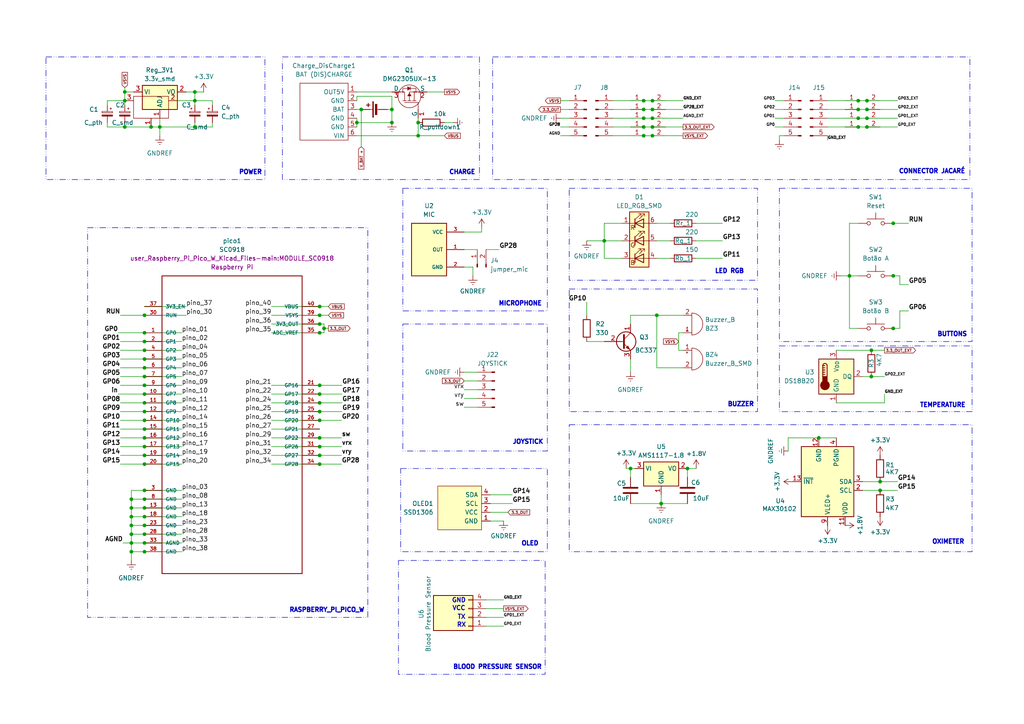
<source format=kicad_sch>
(kicad_sch (version 20231120) (generator "eeschema") (generator_version "8.0")
  (paper "A4")
  (title_block (title "Pico Health Hub - Circuito do Hardware") (date "21/01/2025") (rev "v1.1") (company "Embarca Tech/Instituto Federal do Ceará (IFCE)") (comment 1 "Grupo: SYSCORE") (comment 2 "Felipe de Oliveira Gomes"))
  (junction (at 41.91 99.06))
  (junction (at 246.38 80.01))
  (junction (at 36.195 36.83))
  (junction (at 104.775 31.75))
  (junction (at 41.91 147.32))
  (junction (at 41.91 109.22))
  (junction (at 41.91 111.76))
  (junction (at 41.91 104.14))
  (junction (at 41.91 134.62))
  (junction (at 56.515 26.67))
  (junction (at 251.46 36.83))
  (junction (at 38.1 149.86))
  (junction (at 255.27 142.24))
  (junction (at 38.1 154.94))
  (junction (at 252.73 101.6))
  (junction (at 182.88 135.89))
  (junction (at 251.46 34.29))
  (junction (at 251.46 29.21))
  (junction (at 41.91 96.52))
  (junction (at 248.92 36.83))
  (junction (at 41.91 116.84))
  (junction (at 113.665 35.56))
  (junction (at 41.91 160.02))
  (junction (at 41.91 144.78))
  (junction (at 259.08 95.25))
  (junction (at 186.69 29.21))
  (junction (at 41.91 101.6))
  (junction (at 189.23 29.21))
  (junction (at 38.1 157.48))
  (junction (at 92.71 132.08))
  (junction (at 103.505 35.56))
  (junction (at 43.815 36.83))
  (junction (at 189.23 36.83))
  (junction (at 175.26 69.85))
  (junction (at 199.39 135.89))
  (junction (at 38.1 152.4))
  (junction (at 92.71 119.38))
  (junction (at 92.71 88.9))
  (junction (at 237.49 127))
  (junction (at 41.91 106.68))
  (junction (at 92.71 121.92))
  (junction (at 38.1 160.02))
  (junction (at 259.08 80.01))
  (junction (at 41.91 154.94))
  (junction (at 186.69 39.37))
  (junction (at 56.515 29.21))
  (junction (at 189.23 39.37))
  (junction (at 92.71 129.54))
  (junction (at 121.285 35.56))
  (junction (at 189.23 34.29))
  (junction (at 186.69 34.29))
  (junction (at 248.92 34.29))
  (junction (at 92.71 96.52))
  (junction (at 92.71 127))
  (junction (at 113.665 31.75))
  (junction (at 92.71 114.3))
  (junction (at 248.92 31.75))
  (junction (at 41.91 114.3))
  (junction (at 36.195 26.67))
  (junction (at 252.73 109.22))
  (junction (at 92.71 111.76))
  (junction (at 251.46 31.75))
  (junction (at 92.71 91.44))
  (junction (at 259.08 64.77))
  (junction (at 186.69 31.75))
  (junction (at 189.23 31.75))
  (junction (at 93.98 95.25))
  (junction (at 41.91 157.48))
  (junction (at 92.71 93.98))
  (junction (at 92.71 116.84))
  (junction (at 41.91 121.92))
  (junction (at 191.77 146.05))
  (junction (at 255.27 139.7))
  (junction (at 41.91 119.38))
  (junction (at 41.91 149.86))
  (junction (at 41.91 124.46))
  (junction (at 38.1 147.32))
  (junction (at 56.515 36.83))
  (junction (at 92.71 134.62))
  (junction (at 41.91 127))
  (junction (at 248.92 29.21))
  (junction (at 121.285 39.37))
  (junction (at 36.195 29.21))
  (junction (at 41.91 132.08))
  (junction (at 41.91 129.54))
  (junction (at 41.91 142.24))
  (junction (at 41.91 152.4))
  (junction (at 190.5 91.44))
  (junction (at 46.355 36.83))
  (junction (at 38.1 144.78))
  (junction (at 186.69 36.83))
  (junction (at 41.91 91.44))
  (wire (pts (xy 250.19 142.24) (xy 255.27 142.24)))
  (wire (pts (xy 177.8 39.37) (xy 186.69 39.37)))
  (wire (pts (xy 259.08 64.77) (xy 263.525 64.77)))
  (wire (pts (xy 34.925 134.62) (xy 41.91 134.62)))
  (wire (pts (xy 252.73 109.22) (xy 256.54 109.22)))
  (wire (pts (xy 182.88 135.89) (xy 182.88 138.43)))
  (wire (pts (xy 162.56 34.29) (xy 165.1 34.29)))
  (wire (pts (xy 92.71 134.62) (xy 99.06 134.62)))
  (wire (pts (xy 199.39 135.89) (xy 199.39 138.43)))
  (wire (pts (xy 242.57 101.6) (xy 252.73 101.6)))
  (wire (pts (xy 189.23 29.21) (xy 198.12 29.21)))
  (wire (pts (xy 78.74 129.54) (xy 92.71 129.54)))
  (wire (pts (xy 182.88 91.44) (xy 190.5 91.44)))
  (wire (pts (xy 246.38 80.01) (xy 248.92 80.01)))
  (wire (pts (xy 41.91 142.24) (xy 52.705 142.24)))
  (wire (pts (xy 38.1 142.24) (xy 38.1 144.78)))
  (wire (pts (xy 41.91 152.4) (xy 38.1 152.4)))
  (wire (pts (xy 138.43 118.11) (xy 134.62 118.11)))
  (wire (pts (xy 31.115 29.21) (xy 36.195 29.21)))
  (wire (pts (xy 260.985 80.01) (xy 260.985 82.55)))
  (wire (pts (xy 170.18 69.85) (xy 175.26 69.85)))
  (wire (pts (xy 36.195 26.67) (xy 38.735 26.67)))
  (wire (pts (xy 34.925 101.6) (xy 41.91 101.6)))
  (wire (pts (xy 61.595 30.48) (xy 61.595 29.21)))
  (wire (pts (xy 41.91 152.4) (xy 52.705 152.4)))
  (wire (pts (xy 140.97 181.61) (xy 146.05 181.61)))
  (wire (pts (xy 36.195 26.67) (xy 36.195 29.21)))
  (wire (pts (xy 78.74 88.9) (xy 92.71 88.9)))
  (wire (pts (xy 186.69 31.75) (xy 189.23 31.75)))
  (wire (pts (xy 138.43 110.49) (xy 134.62 110.49)))
  (wire (pts (xy 250.19 139.7) (xy 255.27 139.7)))
  (wire (pts (xy 56.515 30.48) (xy 56.515 29.21)))
  (wire (pts (xy 186.69 29.21) (xy 189.23 29.21)))
  (wire (pts (xy 78.74 116.84) (xy 92.71 116.84)))
  (wire (pts (xy 258.445 64.77) (xy 259.08 64.77)))
  (wire (pts (xy 38.1 162.56) (xy 38.1 160.02)))
  (wire (pts (xy 146.05 151.13) (xy 142.24 151.13)))
  (wire (pts (xy 41.91 121.92) (xy 52.705 121.92)))
  (wire (pts (xy 139.7 66.04) (xy 139.7 67.31)))
  (wire (pts (xy 199.39 135.89) (xy 201.93 135.89)))
  (wire (pts (xy 248.92 34.29) (xy 251.46 34.29)))
  (wire (pts (xy 41.91 124.46) (xy 52.705 124.46)))
  (wire (pts (xy 34.925 124.46) (xy 41.91 124.46)))
  (wire (pts (xy 46.355 36.83) (xy 46.355 39.37)))
  (wire (pts (xy 41.91 144.78) (xy 52.705 144.78)))
  (wire (pts (xy 41.91 106.68) (xy 52.705 106.68)))
  (wire (pts (xy 38.1 160.02) (xy 41.91 160.02)))
  (wire (pts (xy 196.85 96.52) (xy 196.85 101.6)))
  (wire (pts (xy 181.61 135.89) (xy 182.88 135.89)))
  (wire (pts (xy 46.355 34.29) (xy 46.355 36.83)))
  (wire (pts (xy 121.285 34.29) (xy 121.285 35.56)))
  (wire (pts (xy 198.12 96.52) (xy 196.85 96.52)))
  (wire (pts (xy 38.1 157.48) (xy 41.91 157.48)))
  (wire (pts (xy 78.74 114.3) (xy 92.71 114.3)))
  (wire (pts (xy 251.46 29.21) (xy 260.35 29.21)))
  (wire (pts (xy 162.56 36.83) (xy 165.1 36.83)))
  (wire (pts (xy 92.71 93.98) (xy 93.98 93.98)))
  (wire (pts (xy 189.23 31.75) (xy 198.12 31.75)))
  (wire (pts (xy 162.56 39.37) (xy 165.1 39.37)))
  (wire (pts (xy 113.665 27.94) (xy 113.665 31.75)))
  (wire (pts (xy 31.115 30.48) (xy 31.115 29.21)))
  (wire (pts (xy 180.34 74.93) (xy 175.26 74.93)))
  (wire (pts (xy 103.505 27.94) (xy 113.665 27.94)))
  (wire (pts (xy 177.8 36.83) (xy 186.69 36.83)))
  (wire (pts (xy 201.93 64.77) (xy 209.55 64.77)))
  (wire (pts (xy 259.08 80.01) (xy 260.985 80.01)))
  (wire (pts (xy 103.505 27.94) (xy 103.505 29.21)))
  (wire (pts (xy 170.18 87.63) (xy 170.18 91.44)))
  (wire (pts (xy 36.195 25.4) (xy 36.195 26.67)))
  (wire (pts (xy 248.92 64.77) (xy 246.38 64.77)))
  (wire (pts (xy 34.925 91.44) (xy 41.91 91.44)))
  (wire (pts (xy 121.285 39.37) (xy 128.905 39.37)))
  (wire (pts (xy 78.74 132.08) (xy 92.71 132.08)))
  (wire (pts (xy 41.91 144.78) (xy 38.1 144.78)))
  (wire (pts (xy 41.91 157.48) (xy 52.705 157.48)))
  (wire (pts (xy 34.925 104.14) (xy 41.91 104.14)))
  (wire (pts (xy 191.77 146.05) (xy 199.39 146.05)))
  (wire (pts (xy 41.91 149.86) (xy 52.705 149.86)))
  (wire (pts (xy 34.925 106.68) (xy 41.91 106.68)))
  (wire (pts (xy 138.43 115.57) (xy 134.62 115.57)))
  (wire (pts (xy 34.925 129.54) (xy 41.91 129.54)))
  (wire (pts (xy 260.985 90.17) (xy 263.525 90.17)))
  (wire (pts (xy 170.18 99.06) (xy 175.26 99.06)))
  (wire (pts (xy 246.38 64.77) (xy 246.38 80.01)))
  (wire (pts (xy 191.77 143.51) (xy 191.77 146.05)))
  (wire (pts (xy 103.505 34.29) (xy 103.505 35.56)))
  (wire (pts (xy 78.74 124.46) (xy 92.71 124.46)))
  (wire (pts (xy 34.925 132.08) (xy 41.91 132.08)))
  (wire (pts (xy 134.62 77.47) (xy 137.16 77.47)))
  (wire (pts (xy 41.91 119.38) (xy 52.705 119.38)))
  (wire (pts (xy 142.24 143.51) (xy 148.59 143.51)))
  (wire (pts (xy 78.74 93.98) (xy 92.71 93.98)))
  (wire (pts (xy 41.91 109.22) (xy 52.705 109.22)))
  (wire (pts (xy 31.115 36.83) (xy 36.195 36.83)))
  (wire (pts (xy 61.595 36.83) (xy 56.515 36.83)))
  (wire (pts (xy 258.445 95.25) (xy 259.08 95.25)))
  (wire (pts (xy 78.74 119.38) (xy 92.71 119.38)))
  (wire (pts (xy 242.57 116.84) (xy 256.54 116.84)))
  (wire (pts (xy 92.71 127) (xy 99.06 127)))
  (wire (pts (xy 237.49 127) (xy 228.6 127)))
  (wire (pts (xy 38.1 154.94) (xy 38.1 157.48)))
  (wire (pts (xy 137.16 77.47) (xy 137.16 80.01)))
  (wire (pts (xy 248.92 29.21) (xy 251.46 29.21)))
  (wire (pts (xy 240.03 39.37) (xy 240.03 40.64)))
  (wire (pts (xy 142.24 148.59) (xy 147.32 148.59)))
  (wire (pts (xy 243.84 80.01) (xy 246.38 80.01)))
  (wire (pts (xy 201.93 74.93) (xy 209.55 74.93)))
  (wire (pts (xy 41.91 127) (xy 52.705 127)))
  (wire (pts (xy 175.26 74.93) (xy 175.26 69.85)))
  (wire (pts (xy 92.71 96.52) (xy 93.98 96.52)))
  (wire (pts (xy 251.46 34.29) (xy 260.35 34.29)))
  (wire (pts (xy 34.925 116.84) (xy 41.91 116.84)))
  (wire (pts (xy 224.79 31.75) (xy 227.33 31.75)))
  (wire (pts (xy 41.91 114.3) (xy 52.705 114.3)))
  (wire (pts (xy 189.23 34.29) (xy 198.12 34.29)))
  (wire (pts (xy 51.435 29.21) (xy 56.515 29.21)))
  (wire (pts (xy 103.505 26.67) (xy 113.665 26.67)))
  (wire (pts (xy 248.92 95.25) (xy 246.38 95.25)))
  (wire (pts (xy 140.97 179.07) (xy 146.05 179.07)))
  (wire (pts (xy 78.74 96.52) (xy 92.71 96.52)))
  (wire (pts (xy 128.905 35.56) (xy 131.445 35.56)))
  (wire (pts (xy 92.71 88.9) (xy 95.25 88.9)))
  (wire (pts (xy 41.91 111.76) (xy 52.705 111.76)))
  (wire (pts (xy 251.46 36.83) (xy 260.35 36.83)))
  (wire (pts (xy 41.91 147.32) (xy 38.1 147.32)))
  (wire (pts (xy 139.7 67.31) (xy 134.62 67.31)))
  (wire (pts (xy 180.34 64.77) (xy 175.26 64.77)))
  (wire (pts (xy 34.925 111.76) (xy 41.91 111.76)))
  (wire (pts (xy 248.92 36.83) (xy 251.46 36.83)))
  (wire (pts (xy 53.975 26.67) (xy 56.515 26.67)))
  (wire (pts (xy 41.91 154.94) (xy 38.1 154.94)))
  (wire (pts (xy 140.97 173.99) (xy 146.05 173.99)))
  (wire (pts (xy 92.71 111.76) (xy 99.187 111.76)))
  (wire (pts (xy 38.1 152.4) (xy 38.1 154.94)))
  (wire (pts (xy 237.49 127) (xy 242.57 127)))
  (wire (pts (xy 196.85 101.6) (xy 198.12 101.6)))
  (wire (pts (xy 224.79 29.21) (xy 227.33 29.21)))
  (wire (pts (xy 121.285 39.37) (xy 103.505 39.37)))
  (wire (pts (xy 41.91 91.44) (xy 53.975 91.44)))
  (wire (pts (xy 41.91 134.62) (xy 52.705 134.62)))
  (wire (pts (xy 104.775 31.75) (xy 104.775 42.545)))
  (wire (pts (xy 240.03 31.75) (xy 248.92 31.75)))
  (wire (pts (xy 113.665 31.75) (xy 113.665 35.56)))
  (wire (pts (xy 92.71 129.54) (xy 99.06 129.54)))
  (wire (pts (xy 78.74 91.44) (xy 92.71 91.44)))
  (wire (pts (xy 35.687 157.48) (xy 38.1 157.48)))
  (wire (pts (xy 34.925 127) (xy 41.91 127)))
  (wire (pts (xy 246.38 80.01) (xy 246.38 95.25)))
  (wire (pts (xy 41.91 147.32) (xy 52.705 147.32)))
  (wire (pts (xy 41.91 99.06) (xy 52.705 99.06)))
  (wire (pts (xy 224.79 34.29) (xy 227.33 34.29)))
  (wire (pts (xy 78.74 127) (xy 92.71 127)))
  (wire (pts (xy 224.79 36.83) (xy 227.33 36.83)))
  (wire (pts (xy 36.195 36.83) (xy 43.815 36.83)))
  (wire (pts (xy 92.71 121.92) (xy 99.06 121.92)))
  (wire (pts (xy 226.06 39.37) (xy 227.33 39.37)))
  (wire (pts (xy 41.91 116.84) (xy 52.705 116.84)))
  (wire (pts (xy 186.69 39.37) (xy 189.23 39.37)))
  (wire (pts (xy 92.71 119.38) (xy 99.187 119.38)))
  (wire (pts (xy 61.595 29.21) (xy 56.515 29.21)))
  (wire (pts (xy 38.1 149.86) (xy 38.1 152.4)))
  (wire (pts (xy 93.98 95.25) (xy 95.25 95.25)))
  (wire (pts (xy 140.97 72.39) (xy 144.78 72.39)))
  (wire (pts (xy 41.91 104.14) (xy 52.705 104.14)))
  (wire (pts (xy 228.6 127) (xy 228.6 130.81)))
  (wire (pts (xy 38.1 157.48) (xy 38.1 160.02)))
  (wire (pts (xy 92.71 114.3) (xy 99.187 114.3)))
  (wire (pts (xy 190.5 64.77) (xy 194.31 64.77)))
  (wire (pts (xy 93.98 95.25) (xy 93.98 93.98)))
  (wire (pts (xy 134.62 72.39) (xy 138.43 72.39)))
  (wire (pts (xy 177.8 29.21) (xy 186.69 29.21)))
  (wire (pts (xy 41.91 101.6) (xy 52.705 101.6)))
  (wire (pts (xy 258.445 80.01) (xy 259.08 80.01)))
  (wire (pts (xy 43.815 36.83) (xy 46.355 36.83)))
  (wire (pts (xy 177.8 34.29) (xy 186.69 34.29)))
  (wire (pts (xy 256.54 116.84) (xy 256.54 114.3)))
  (wire (pts (xy 182.88 135.89) (xy 184.15 135.89)))
  (wire (pts (xy 34.29 96.52) (xy 41.91 96.52)))
  (wire (pts (xy 189.23 39.37) (xy 198.12 39.37)))
  (wire (pts (xy 260.985 90.17) (xy 260.985 95.25)))
  (wire (pts (xy 123.825 26.67) (xy 128.905 26.67)))
  (wire (pts (xy 38.1 144.78) (xy 38.1 147.32)))
  (wire (pts (xy 31.115 35.56) (xy 31.115 36.83)))
  (wire (pts (xy 138.43 107.95) (xy 134.62 107.95)))
  (wire (pts (xy 252.73 101.6) (xy 256.54 101.6)))
  (wire (pts (xy 260.985 82.55) (xy 263.525 82.55)))
  (wire (pts (xy 41.91 154.94) (xy 52.705 154.94)))
  (wire (pts (xy 142.24 146.05) (xy 148.59 146.05)))
  (wire (pts (xy 34.925 99.06) (xy 41.91 99.06)))
  (wire (pts (xy 41.91 149.86) (xy 38.1 149.86)))
  (wire (pts (xy 240.03 29.21) (xy 248.92 29.21)))
  (wire (pts (xy 78.74 121.92) (xy 92.71 121.92)))
  (wire (pts (xy 182.88 146.05) (xy 191.77 146.05)))
  (wire (pts (xy 190.5 69.85) (xy 194.31 69.85)))
  (wire (pts (xy 186.69 36.83) (xy 189.23 36.83)))
  (wire (pts (xy 93.98 96.52) (xy 93.98 95.25)))
  (wire (pts (xy 41.91 88.9) (xy 53.975 88.9)))
  (wire (pts (xy 92.71 132.08) (xy 99.06 132.08)))
  (wire (pts (xy 248.92 31.75) (xy 251.46 31.75)))
  (wire (pts (xy 112.395 31.75) (xy 113.665 31.75)))
  (wire (pts (xy 140.97 176.53) (xy 146.05 176.53)))
  (wire (pts (xy 138.43 113.03) (xy 134.62 113.03)))
  (wire (pts (xy 260.985 95.25) (xy 259.08 95.25)))
  (wire (pts (xy 190.5 91.44) (xy 190.5 106.68)))
  (wire (pts (xy 56.515 26.67) (xy 59.055 26.67)))
  (wire (pts (xy 251.46 31.75) (xy 260.35 31.75)))
  (wire (pts (xy 190.5 106.68) (xy 198.12 106.68)))
  (wire (pts (xy 201.93 69.85) (xy 209.55 69.85)))
  (wire (pts (xy 36.195 30.48) (xy 36.195 29.21)))
  (wire (pts (xy 190.5 91.44) (xy 198.12 91.44)))
  (wire (pts (xy 182.88 93.98) (xy 182.88 91.44)))
  (wire (pts (xy 36.195 35.56) (xy 36.195 36.83)))
  (wire (pts (xy 250.19 109.22) (xy 252.73 109.22)))
  (wire (pts (xy 41.91 132.08) (xy 52.705 132.08)))
  (wire (pts (xy 78.74 111.76) (xy 92.71 111.76)))
  (wire (pts (xy 175.26 69.85) (xy 180.34 69.85)))
  (wire (pts (xy 78.74 134.62) (xy 92.71 134.62)))
  (wire (pts (xy 34.925 109.22) (xy 41.91 109.22)))
  (wire (pts (xy 162.56 31.75) (xy 165.1 31.75)))
  (wire (pts (xy 189.23 36.83) (xy 198.12 36.83)))
  (wire (pts (xy 162.56 29.21) (xy 165.1 29.21)))
  (wire (pts (xy 240.03 34.29) (xy 248.92 34.29)))
  (wire (pts (xy 34.29 114.3) (xy 41.91 114.3)))
  (wire (pts (xy 34.925 119.38) (xy 41.91 119.38)))
  (wire (pts (xy 41.91 160.02) (xy 52.705 160.02)))
  (wire (pts (xy 186.69 34.29) (xy 189.23 34.29)))
  (wire (pts (xy 34.925 121.92) (xy 41.91 121.92)))
  (wire (pts (xy 56.515 26.67) (xy 56.515 29.21)))
  (wire (pts (xy 175.26 64.77) (xy 175.26 69.85)))
  (wire (pts (xy 56.515 36.83) (xy 46.355 36.83)))
  (wire (pts (xy 226.06 40.64) (xy 226.06 39.37)))
  (wire (pts (xy 41.91 96.52) (xy 52.705 96.52)))
  (wire (pts (xy 190.5 74.93) (xy 194.31 74.93)))
  (wire (pts (xy 38.1 147.32) (xy 38.1 149.86)))
  (wire (pts (xy 103.505 31.75) (xy 104.775 31.75)))
  (wire (pts (xy 92.71 91.44) (xy 95.25 91.44)))
  (wire (pts (xy 255.27 142.24) (xy 260.35 142.24)))
  (wire (pts (xy 103.505 35.56) (xy 103.505 36.83)))
  (wire (pts (xy 92.71 116.84) (xy 99.187 116.84)))
  (wire (pts (xy 240.03 36.83) (xy 248.92 36.83)))
  (wire (pts (xy 41.91 142.24) (xy 38.1 142.24)))
  (wire (pts (xy 41.91 129.54) (xy 52.705 129.54)))
  (wire (pts (xy 56.515 35.56) (xy 56.515 36.83)))
  (wire (pts (xy 61.595 35.56) (xy 61.595 36.83)))
  (wire (pts (xy 121.285 35.56) (xy 121.285 39.37)))
  (wire (pts (xy 182.88 104.14) (xy 182.88 107.95)))
  (wire (pts (xy 103.505 35.56) (xy 113.665 35.56)))
  (wire (pts (xy 177.8 31.75) (xy 186.69 31.75)))
  (wire (pts (xy 255.27 139.7) (xy 260.35 139.7)))
  (rectangle (start 116.205 135.89) (end 158.75 160.02) (stroke (width 0) (type dash_dot_dot)))
  (rectangle (start 165.1 83.82) (end 219.71 119.38) (stroke (width 0) (type dash_dot_dot)))
  (rectangle (start 25.4 66.04) (end 106.68 179.07) (stroke (width 0) (type dash_dot_dot)))
  (rectangle (start 226.06 100.33) (end 281.94 119.38) (stroke (width 0) (type dash_dot_dot)))
  (rectangle (start 165.1 54.61) (end 219.71 81.28) (stroke (width 0) (type dash_dot_dot)))
  (rectangle (start 116.84 93.98) (end 158.75 130.81) (stroke (width 0) (type dash_dot_dot)))
  (rectangle (start 226.06 54.61) (end 281.94 99.06) (stroke (width 0) (type dash_dot_dot)))
  (rectangle (start 165.1 123.19) (end 281.94 160.02) (stroke (width 0) (type dash_dot_dot)))
  (rectangle (start 115.57 162.56) (end 158.115 195.58) (stroke (width 0) (type dash_dot_dot)))
  (rectangle (start 142.875 16.51) (end 281.305 52.07) (stroke (width 0) (type dash_dot_dot)))
  (rectangle (start 13.335 16.51) (end 76.835 52.07) (stroke (width 0) (type dash_dot_dot)))
  (rectangle (start 81.915 16.51) (end 139.065 52.07) (stroke (width 0) (type dash_dot_dot)))
  (rectangle (start 116.84 54.61) (end 158.75 90.17) (stroke (width 0) (type dash_dot_dot)))
  (text "BUTTONS" (at 271.78 97.79 0) (effects (font (size 1.27 1.27) (thickness 0.508) (bold yes)) (justify left bottom)))
  (text "BLOOD PRESSURE SENSOR" (at 131.318 194.31 0) (effects (font (size 1.27 1.27) (thickness 0.508) (bold yes)) (justify left bottom)))
  (text "RX" (at 133.858 181.356 0) (effects (font (size 1.27 1.27) (thickness 0.254) (bold yes))))
  (text "LED RGB" (at 207.264 79.502 0) (effects (font (size 1.27 1.27) (thickness 0.508) (bold yes)) (justify left bottom)))
  (text "JOYSTICK" (at 148.59 129.032 0) (effects (font (size 1.27 1.27) (thickness 0.508) (bold yes)) (justify left bottom)))
  (text "MICROPHONE" (at 144.526 88.9 0) (effects (font (size 1.27 1.27) (thickness 0.508) (bold yes)) (justify left bottom)))
  (text "CONNECTOR JACARÉ" (at 260.604 50.546 0) (effects (font (size 1.27 1.27) (thickness 0.508) (bold yes)) (justify left bottom)))
  (text "OXIMETER" (at 270.256 157.988 0) (effects (font (size 1.27 1.27) (thickness 0.508) (bold yes)) (justify left bottom)))
  (text "GND" (at 133.096 174.244 0) (effects (font (size 1.27 1.27) (thickness 0.254) (bold yes))))
  (text "OLED" (at 151.13 158.496 0) (effects (font (size 1.27 1.27) (thickness 0.508) (bold yes)) (justify left bottom)))
  (text "CHARGE\n" (at 130.175 50.8 0) (effects (font (size 1.27 1.27) (thickness 0.508) (bold yes)) (justify left bottom)))
  (text "VCC" (at 133.096 176.53 0) (effects (font (size 1.27 1.27) (thickness 0.254) (bold yes))))
  (text "TX" (at 133.858 179.07 0) (effects (font (size 1.27 1.27) (thickness 0.254) (bold yes))))
  (text "RASPBERRY_PI_PICO_W" (at 83.82 177.8 0) (effects (font (size 1.27 1.27) (thickness 0.508) (bold yes)) (justify left bottom)))
  (text "TEMPERATURE" (at 266.7 118.364 0) (effects (font (size 1.27 1.27) (thickness 0.508) (bold yes)) (justify left bottom)))
  (text "POWER" (at 69.215 50.8 0) (effects (font (size 1.27 1.27) (thickness 0.508) (bold yes)) (justify left bottom)))
  (text "BUZZER" (at 210.947 118.11 0) (effects (font (size 1.27 1.27) (thickness 0.508) (bold yes)) (justify left bottom)))
  (label "GP02_EXT" (at 260.35 31.75 0) (effects (font (size 0.8 0.8) (bold yes))))
  (label "GP10" (at 170.18 87.63 180) (effects (font (bold yes))))
  (label "GP03" (at 224.79 29.21 180) (effects (font (size 0.8 0.8) (bold yes))))
  (label "GP03_EXT" (at 260.35 29.21 0) (effects (font (size 0.8 0.8) (bold yes))))
  (label "GP14" (at 34.925 132.08 180) (effects (font (bold yes))))
  (label "pino_30" (at 53.975 91.44 0))
  (label "GP0" (at 34.29 96.52 180) (effects (font (bold yes))))
  (label "GP15" (at 148.59 146.05 0) (effects (font (bold yes))))
  (label "GP28" (at 99.06 134.62 0) (effects (font (thickness 0.254) (bold yes))))
  (label "pino_29" (at 78.74 127 180))
  (label "GP0_EXT" (at 146.05 181.61 0) (effects (font (size 0.8 0.8) (bold yes))))
  (label "AGND" (at 35.687 157.48 180) (effects (font (bold yes))))
  (label "GP02_EXT" (at 256.54 109.22 0) (effects (font (size 0.8 0.8) (bold yes))))
  (label "pino_06" (at 52.705 106.68 0))
  (label "pino_14" (at 52.705 121.92 0))
  (label "GP06" (at 263.525 90.17 0) (effects (font (bold yes))))
  (label "GP01_EXT" (at 260.35 34.29 0) (effects (font (size 0.8 0.8) (bold yes))))
  (label "pino_31" (at 78.74 129.54 180))
  (label "GP0_EXT" (at 260.35 36.83 0) (effects (font (size 0.8 0.8) (bold yes))))
  (label "GND_EXT" (at 256.54 114.3 0) (effects (font (size 0.8 0.8) (thickness 0.254) (bold yes))))
  (label "GP0" (at 224.79 36.83 180) (effects (font (size 0.8 0.8) (bold yes))))
  (label "pino_37" (at 53.975 88.9 0))
  (label "GP15" (at 34.925 134.62 180) (effects (font (bold yes))))
  (label "pino_38" (at 52.705 160.02 0))
  (label "GP19" (at 99.187 119.38 0) (effects (font (bold yes))))
  (label "RUN" (at 34.925 91.44 180) (effects (font (bold yes))))
  (label "GP01_EXT" (at 146.05 179.07 0) (effects (font (size 0.8 0.8) (bold yes))))
  (label "AGND" (at 162.56 39.37 180) (effects (font (size 0.8 0.8) (bold yes))))
  (label "GP15" (at 260.35 142.24 0) (effects (font (bold yes))))
  (label "pino_20" (at 52.705 134.62 0))
  (label "pino_34" (at 78.74 134.62 180))
  (label "vrx" (at 134.62 113.03 180))
  (label "GP08" (at 34.925 116.84 180) (effects (font (bold yes))))
  (label "GP02" (at 34.925 101.6 180) (effects (font (bold yes))))
  (label "GP28_EXT" (at 198.12 31.75 0) (effects (font (size 0.8 0.8) (thickness 0.254) (bold yes))))
  (label "GP14" (at 260.35 139.7 0) (effects (font (bold yes))))
  (label "pino_28" (at 52.705 154.94 0))
  (label "pino_21" (at 78.74 111.76 180))
  (label "GP17" (at 99.187 114.3 0) (effects (font (bold yes))))
  (label "vry" (at 99.06 132.08 0) (effects (font (thickness 0.254) (bold yes))))
  (label "GP03" (at 34.925 104.14 180) (effects (font (bold yes))))
  (label "in" (at 34.29 114.3 180) (effects (font (thickness 0.254) (bold yes))))
  (label "GP20" (at 99.06 121.92 0) (effects (font (thickness 0.254) (bold yes))))
  (label "GP28" (at 162.56 36.83 180) (effects (font (size 0.8 0.8) (thickness 0.254) (bold yes))))
  (label "pino_32" (at 78.74 132.08 180))
  (label "AGND_EXT" (at 198.12 34.29 0) (effects (font (size 0.8 0.8) (bold yes))))
  (label "pino_01" (at 52.705 96.52 0))
  (label "GP12" (at 209.55 64.77 0) (effects (font (bold yes))))
  (label "pino_02" (at 52.705 99.06 0))
  (label "pino_40" (at 78.74 88.9 180))
  (label "GP13" (at 34.925 129.54 180) (effects (font (bold yes))))
  (label "pino_08" (at 52.705 144.78 0))
  (label "GND_EXT" (at 146.05 173.99 0) (effects (font (size 0.8 0.8) (thickness 0.254) (bold yes))))
  (label "pino_27" (at 78.74 124.46 180))
  (label "pino_35" (at 78.74 96.52 180))
  (label "GND_EXT" (at 240.03 40.64 0) (effects (font (size 0.8 0.8) (thickness 0.254) (bold yes))))
  (label "GP02" (at 224.79 31.75 180) (effects (font (size 0.8 0.8) (bold yes))))
  (label "vrx" (at 99.06 129.54 0) (effects (font (thickness 0.254) (bold yes))))
  (label "pino_19" (at 52.705 132.08 0))
  (label "GP10" (at 34.925 121.92 180) (effects (font (bold yes))))
  (label "GP13" (at 209.55 69.85 0) (effects (font (bold yes))))
  (label "pino_13" (at 52.705 147.32 0))
  (label "GP12" (at 34.925 127 180) (effects (font (bold yes))))
  (label "pino_22" (at 78.74 114.3 180))
  (label "sw" (at 134.62 118.11 180))
  (label "pino_39" (at 78.74 91.44 180))
  (label "GP05" (at 34.925 109.22 180) (effects (font (bold yes))))
  (label "pino_10" (at 52.705 114.3 0))
  (label "pino_11" (at 52.705 116.84 0))
  (label "pino_24" (at 78.74 116.84 180))
  (label "GP28" (at 144.78 72.39 0) (effects (font (thickness 0.254) (bold yes))))
  (label "pino_03" (at 52.705 142.24 0))
  (label "GP14" (at 148.59 143.51 0) (effects (font (bold yes))))
  (label "GP05" (at 263.525 82.55 0) (effects (font (bold yes))))
  (label "GP06" (at 34.925 111.76 180) (effects (font (bold yes))))
  (label "GND_EXT" (at 198.12 29.21 0) (effects (font (size 0.8 0.8) (thickness 0.254) (bold yes))))
  (label "pino_04" (at 52.705 101.6 0))
  (label "GP16" (at 99.187 111.76 0) (effects (font (bold yes))))
  (label "GP11" (at 209.55 74.93 0) (effects (font (bold yes))))
  (label "pino_17" (at 52.705 129.54 0))
  (label "GP11" (at 34.925 124.46 180) (effects (font (bold yes))))
  (label "pino_25" (at 78.74 119.38 180))
  (label "GP18" (at 99.187 116.84 0) (effects (font (bold yes))))
  (label "vry" (at 134.62 115.57 180))
  (label "pino_33" (at 52.705 157.48 0))
  (label "pino_12" (at 52.705 119.38 0))
  (label "pino_07" (at 52.705 109.22 0))
  (label "GP04" (at 34.925 106.68 180) (effects (font (bold yes))))
  (label "GP01" (at 34.925 99.06 180) (effects (font (bold yes))))
  (label "pino_09" (at 52.705 111.76 0))
  (label "sw" (at 99.06 127 0) (effects (font (thickness 0.254) (bold yes))))
  (label "pino_05" (at 52.705 104.14 0))
  (label "pino_15" (at 52.705 124.46 0))
  (label "GP01" (at 224.79 34.29 180) (effects (font (size 0.8 0.8) (bold yes))))
  (label "pino_36" (at 78.74 93.98 180))
  (label "pino_16" (at 52.705 127 0))
  (label "pino_26" (at 78.74 121.92 180))
  (label "RUN" (at 263.525 64.77 0) (effects (font (bold yes))))
  (label "pino_23" (at 52.705 152.4 0))
  (label "pino_18" (at 52.705 149.86 0))
  (label "GP09" (at 34.925 119.38 180) (effects (font (thickness 0.254) (bold yes))))
  (global_label "3.3_OUT" (shape output) (at 162.56 31.75 180) (effects (font (size 0.8 0.8))) (property "Intersheetrefs" "${INTERSHEET_REFS}" (effects (hide yes))))
  (global_label "VSYS" (shape input) (at 95.25 91.44 0) (effects (font (size 0.8 0.8))) (property "Intersheetrefs" "${INTERSHEET_REFS}" (effects (hide yes))))
  (global_label "3.3_OUT" (shape input) (at 134.62 110.49 180) (effects (font (size 0.8 0.8))) (property "Intersheetrefs" "${INTERSHEET_REFS}" (effects (hide yes))))
  (global_label "V_BAT +" (shape input) (at 104.775 42.545 270) (effects (font (size 0.8 0.8))) (property "Intersheetrefs" "${INTERSHEET_REFS}" (effects (hide yes))))
  (global_label "VBUS" (shape input) (at 95.25 88.9 0) (effects (font (size 0.8 0.8))) (property "Intersheetrefs" "${INTERSHEET_REFS}" (effects (hide yes))))
  (global_label "3.3_OUT" (shape input) (at 147.32 148.59 0) (effects (font (size 0.8 0.8))) (property "Intersheetrefs" "${INTERSHEET_REFS}" (effects (hide yes))))
  (global_label "VSYS" (shape input) (at 36.195 25.4 90) (effects (font (size 0.8 0.8))) (property "Intersheetrefs" "${INTERSHEET_REFS}" (effects (hide yes))))
  (global_label "VSYS_EXT" (shape output) (at 198.12 39.37 0) (effects (font (size 0.8 0.8))) (property "Intersheetrefs" "${INTERSHEET_REFS}" (effects (hide yes))))
  (global_label "VSYS" (shape output) (at 128.905 26.67 0) (effects (font (size 0.8 0.8))) (property "Intersheetrefs" "${INTERSHEET_REFS}" (effects (hide yes))))
  (global_label "3.3_OUT_EXT" (shape output) (at 256.54 101.6 0) (effects (font (size 0.8 0.8))) (property "Intersheetrefs" "${INTERSHEET_REFS}" (effects (hide yes))))
  (global_label "VBUS" (shape input) (at 128.905 39.37 0) (effects (font (size 0.8 0.8))) (property "Intersheetrefs" "${INTERSHEET_REFS}" (effects (hide yes))))
  (global_label "3.3_OUT" (shape output) (at 95.25 95.25 0) (effects (font (size 0.8 0.8))) (property "Intersheetrefs" "${INTERSHEET_REFS}" (effects (hide yes))))
  (global_label "VSYS" (shape input) (at 196.85 99.06 180) (effects (font (size 0.8 0.8))) (property "Intersheetrefs" "${INTERSHEET_REFS}" (effects (hide yes))))
  (global_label "VSYS_EXT" (shape output) (at 146.05 176.53 0) (effects (font (size 0.8 0.8))) (property "Intersheetrefs" "${INTERSHEET_REFS}" (effects (hide yes))))
  (global_label "3.3_OUT_EXT" (shape output) (at 198.12 36.83 0) (effects (font (size 0.8 0.8))) (property "Intersheetrefs" "${INTERSHEET_REFS}" (effects (hide yes))))
  (global_label "VSYS" (shape output) (at 162.56 29.21 180) (effects (font (size 0.8 0.8))) (property "Intersheetrefs" "${INTERSHEET_REFS}" (effects (hide yes))))
  (symbol (lib_id "Transistor_BJT:BC337") (at 180.34 99.06 0) (unit 1)
    (property "Reference" "Q3" (at 185.42 97.79 0) (effects (justify left)))
    (property "Value" "BC337" (at 184.15 101.6 0) (effects (justify left)))
    (property "Footprint" "Package_TO_SOT_THT:TO-92" (effects (hide yes)))
    (property "Datasheet" "https://diotec.com/tl_files/diotec/files/pdf/datasheets/bc337.pdf" (effects (hide yes)))
  )
  (symbol (lib_id "charger2a:Charger2A") (at 86.995 40.64 0) (unit 1)
    (property "Reference" "Charge_DisCharge1" (at 93.98 19.05 0))
    (property "Value" "BAT (DIS)CHARGE" (at 93.98 21.59 0))
    (property "Footprint" "user_HW775-main:Charger2A" (effects (hide yes)))
  )
  (symbol (lib_id "Device:Battery_Cell") (at 109.855 31.75 90) (unit 1)
    (property "Reference" "BT1" (effects (hide yes)))
    (property "Value" "Battery_Cell" (effects (hide yes)))
    (property "Footprint" "Battery:BatteryHolder_MPD_BH-18650-PC2" (effects (hide yes)))
  )
  (symbol (lib_id "Device:C") (at 182.88 142.24 0) (mirror y) (unit 1)
    (property "Reference" "C5" (at 181.61 140.208 0) (effects (justify left)))
    (property "Value" "10uF" (at 182.626 144.526 0) (effects (justify left)))
    (property "Description" "Unpolarized capacitor" (effects (hide yes)))
  )
  (symbol (lib_id "dk_PMIC-Voltage-Regulators-Linear:LD1117V33") (at 43.815 29.21 0) (unit 1)
    (property "Reference" "U1" (effects (hide yes)))
    (property "Value" "3.3v_tht" (effects (hide yes)))
    (property "Footprint" "Package_TO_SOT_THT:TO-220-3_Vertical" (effects (hide yes)))
    (property "Description" "IC REG LINEAR 3.3V 800MA TO220AB" (effects (hide yes)))
    (property "MPN" "LD1117V33" (effects (hide yes)))
    (property "Category" "Integrated Circuits (ICs)" (effects (hide yes)))
    (property "Family" "PMIC - Voltage Regulators - Linear" (effects (hide yes)))
    (property "DK_Datasheet_Link" "http://www.st.com/content/ccc/resource/technical/document/datasheet/99/3b/7d/91/91/51/4b/be/CD00000544.pdf/files/CD00000544.pdf/jcr:content/translations/en.CD00000544.pdf" (effects (hide yes)))
    (property "DK_Detail_Page" "/product-detail/en/stmicroelectronics/LD1117V33/497-1491-5-ND/586012" (effects (hide yes)))
    (property "Manufacturer" "STMicroelectronics" (effects (hide yes)))
    (property "Status" "Active" (effects (hide yes)))
  )
  (symbol (lib_id "Connector:Conn_01x05_Pin") (at 170.18 34.29 0) (mirror y) (unit 1)
    (property "Reference" "J7" (at 166.37 25.4 0) (effects (justify right)))
    (property "Value" "Conn_01x05_Pin" (effects (hide yes)))
    (property "Footprint" "Connector_PinHeader_2.54mm:PinHeader_1x05_P2.54mm_Vertical" (effects (hide yes)))
  )
  (symbol (lib_id "Device:R") (at 125.095 35.56 90) (unit 1)
    (property "Reference" "R_pulldown1" (at 127.635 36.83 90))
    (property "Value" "10k" (at 127.635 33.02 90))
    (property "Footprint" "Resistor_THT:R_Axial_DIN0207_L6.3mm_D2.5mm_P7.62mm_Horizontal" (effects (hide yes)))
  )
  (symbol (lib_id "Device:C_Polarized_Small") (at 61.595 33.02 0) (unit 1)
    (property "Reference" "C4" (at 64.135 31.2039 0) (effects (justify left)))
    (property "Value" "C_pth" (at 64.135 33.7439 0) (effects (justify left)))
    (property "Footprint" "Capacitor_THT:CP_Radial_D5.0mm_P2.50mm" (effects (hide yes)))
  )
  (symbol (lib_id "Device:Buzzer") (at 200.66 104.14 0) (unit 1)
    (property "Reference" "BZ4" (at 204.47 102.87 0) (effects (justify left)))
    (property "Value" "Buzzer_B_SMD" (at 204.47 105.41 0) (effects (justify left)))
    (property "Footprint" "Buzzer_Beeper:MagneticBuzzer_CUI_CMT-8504-100-SMT" (effects (hide yes)))
  )
  (symbol (lib_id "power:+3.3V") (at 255.27 149.86 0) (mirror x) (unit 1)
    (property "Reference" "#PWR026" (effects (hide yes)))
    (property "Value" "+3.3V" (at 255.27 154.305 0))
  )
  (symbol (lib_id "power:GNDREF") (at 46.355 39.37 0) (unit 1)
    (property "Reference" "#PWR05" (effects (hide yes)))
    (property "Value" "GNDREF" (at 46.355 44.45 0))
  )
  (symbol (lib_id "Connector_custom:Conn_01x02") (at 187.96 25.4 0) (unit 1)
    (property "Reference" "J10" (effects (hide yes)))
    (property "Value" "ANA-IN" (effects (hide yes)))
    (property "Footprint" "Connector_Wire:SolderWire-2sqmm_1x02_P7.8mm_D2mm_OD3.9mm" (effects (hide yes)))
  )
  (symbol (lib_id "power:GNDREF") (at 170.18 69.85 0) (unit 1)
    (property "Reference" "#PWR01" (effects (hide yes)))
    (property "Value" "GNDREF" (at 170.18 74.295 0))
  )
  (symbol (lib_id "power:GNDREF") (at 243.84 80.01 270) (unit 1)
    (property "Reference" "#PWR07" (effects (hide yes)))
    (property "Value" "GNDREF" (at 240.03 80.01 90) (effects (justify right)))
  )
  (symbol (lib_id "power:GNDREF") (at 146.05 151.13 0) (unit 1)
    (property "Reference" "#PWR018" (effects (hide yes)))
    (property "Value" "GNDREF" (at 146.05 155.448 0))
  )
  (symbol (lib_id "power:GNDREF") (at 134.62 107.95 270) (mirror x) (unit 1)
    (property "Reference" "#PWR027" (effects (hide yes)))
    (property "Value" "GNDREF" (at 130.81 107.95 90) (effects (justify right)))
  )
  (symbol (lib_id "Switch:SW_Push") (at 254 64.77 0) (mirror y) (unit 1)
    (property "Reference" "SW1" (at 254 57.15 0))
    (property "Value" "Reset" (at 254 59.69 0))
    (property "Footprint" "Button_Switch_THT:SW_PUSH_6mm" (effects (hide yes)))
  )
  (symbol (lib_id "SSD1306-128x64_OLED:SSD1306") (at 133.35 147.32 270) (mirror x) (unit 1)
    (property "Reference" "OLED1" (at 125.73 146.05 90) (effects (justify right)))
    (property "Value" "SSD1306" (at 125.73 148.59 90) (effects (justify right)))
    (property "Footprint" "user_SSD1306:128x64OLED" (effects (hide yes)))
  )
  (symbol (lib_id "power:GNDREF") (at 228.6 130.81 270) (mirror x) (unit 1)
    (property "Reference" "#PWR022" (effects (hide yes)))
    (property "Value" "GNDREF" (at 223.52 130.81 0))
  )
  (symbol (lib_id "Device:R") (at 255.27 135.89 0) (unit 1)
    (property "Reference" "R1" (at 256.794 134.874 0) (effects (justify left)))
    (property "Value" "4K7" (at 256.794 136.906 0) (effects (justify left)))
    (property "Description" "Resistor" (effects (hide yes)))
  )
  (symbol (lib_id "Device:R") (at 198.12 64.77 90) (unit 1)
    (property "Reference" "Rr_1" (at 198.12 64.77 90))
    (property "Value" "220" (at 200.66 62.23 90))
    (property "Footprint" "Resistor_THT:R_Axial_DIN0207_L6.3mm_D2.5mm_P7.62mm_Horizontal" (effects (hide yes)))
  )
  (symbol (lib_id "Connector_custom:Conn_01x02") (at 250.19 22.86 0) (unit 1)
    (property "Reference" "J18" (effects (hide yes)))
    (property "Value" "0" (effects (hide yes)))
    (property "Footprint" "Connector_Wire:SolderWire-2sqmm_1x02_P7.8mm_D2mm_OD3.9mm" (effects (hide yes)))
  )
  (symbol (lib_id "Connector:Conn_01x05_Pin") (at 172.72 34.29 0) (unit 1)
    (property "Reference" "J8" (at 175.26 25.4 0))
    (property "Value" "Conn_01x05_Pin" (effects (hide yes)))
    (property "Footprint" "Connector_PinHeader_2.54mm:PinHeader_1x05_P2.54mm_Vertical" (effects (hide yes)))
  )
  (symbol (lib_id "power:+3.3V") (at 139.7 66.04 0) (unit 1)
    (property "Reference" "#PWR010" (effects (hide yes)))
    (property "Value" "+3.3V" (at 139.7 61.595 0))
  )
  (symbol (lib_id "power:GNDREF") (at 162.56 34.29 270) (unit 1)
    (property "Reference" "#PWR017" (effects (hide yes)))
    (property "Value" "GNDREF" (at 158.75 34.29 90) (effects (justify right)))
  )
  (symbol (lib_id "Switch:SW_Push") (at 254 95.25 0) (mirror y) (unit 1)
    (property "Reference" "SW3" (at 254 87.63 0))
    (property "Value" "Botão B" (at 254 90.17 0))
    (property "Footprint" "Button_Switch_THT:SW_PUSH-12mm" (effects (hide yes)))
  )
  (symbol (lib_id "Connector_custom:Conn_01x02") (at 250.19 27.94 0) (unit 1)
    (property "Reference" "J20" (effects (hide yes)))
    (property "Value" "2" (effects (hide yes)))
    (property "Footprint" "Connector_Wire:SolderWire-2sqmm_1x02_P7.8mm_D2mm_OD3.9mm" (effects (hide yes)))
  )
  (symbol (lib_id "power:+3.3V") (at 59.055 26.67 0) (unit 1)
    (property "Reference" "#PWR06" (effects (hide yes)))
    (property "Value" "+3.3V" (at 59.055 22.225 0))
  )
  (symbol (lib_id "Sensor_Temperature:DS18B20") (at 242.57 109.22 0) (unit 1)
    (property "Reference" "U3" (at 236.22 107.9499 0) (effects (justify right)))
    (property "Value" "DS18B20" (at 236.22 110.4899 0) (effects (justify right)))
    (property "Footprint" "Package_TO_SOT_THT:TO-92_Inline" (effects (hide yes)))
    (property "Datasheet" "http://datasheets.maximintegrated.com/en/ds/DS18B20.pdf" (effects (hide yes)))
    (property "Description" "Programmable Resolution 1-Wire Digital Thermometer TO-92" (effects (hide yes)))
  )
  (symbol (lib_id "Device:R") (at 255.27 146.05 0) (unit 1)
    (property "Reference" "R3" (at 256.794 144.78 0) (effects (justify left)))
    (property "Value" "4K7" (at 256.794 147.32 0) (effects (justify left)))
    (property "Description" "Resistor" (effects (hide yes)))
  )
  (symbol (lib_id "power:GNDREF") (at 131.445 35.56 90) (unit 1)
    (property "Reference" "#PWR013" (effects (hide yes)))
    (property "Value" "GNDREF" (effects (hide yes)))
  )
  (symbol (lib_id "Device:C") (at 199.39 142.24 0) (unit 1)
    (property "Reference" "C6" (at 200.406 139.954 0) (effects (justify left)))
    (property "Value" "10uF" (at 200.914 144.526 0) (effects (justify left)))
    (property "Description" "Unpolarized capacitor" (effects (hide yes)))
  )
  (symbol (lib_id "power:+3.3V") (at 255.27 132.08 0) (unit 1)
    (property "Reference" "#PWR028" (effects (hide yes)))
    (property "Value" "+3.3V" (at 255.27 127.635 0))
  )
  (symbol (lib_id "Device:R") (at 198.12 69.85 90) (unit 1)
    (property "Reference" "Rg_1" (at 198.12 69.85 90))
    (property "Value" "220" (at 200.66 67.31 90))
    (property "Footprint" "Resistor_THT:R_Axial_DIN0207_L6.3mm_D2.5mm_P7.62mm_Horizontal" (effects (hide yes)))
  )
  (symbol (lib_id "power:GNDREF") (at 191.77 146.05 0) (unit 1)
    (property "Reference" "#PWR03" (effects (hide yes)))
    (property "Value" "GNDREF" (at 191.77 151.13 0))
  )
  (symbol (lib_id "Device:R") (at 170.18 95.25 0) (unit 1)
    (property "Reference" "R2" (at 172.72 93.98 0) (effects (justify left)))
    (property "Value" "330" (at 172.72 96.52 0) (effects (justify left)))
    (property "Footprint" "Resistor_THT:R_Axial_DIN0207_L6.3mm_D2.5mm_P7.62mm_Horizontal" (effects (hide yes)))
  )
  (symbol (lib_id "power:+3.3V") (at 240.03 152.4 0) (mirror x) (unit 1)
    (property "Reference" "#PWR019" (effects (hide yes)))
    (property "Value" "+3.3V" (at 240.03 156.845 0))
  )
  (symbol (lib_id "Connector_custom:Conn_01x02") (at 187.96 27.94 0) (unit 1)
    (property "Reference" "J11" (effects (hide yes)))
    (property "Value" "GND" (effects (hide yes)))
    (property "Footprint" "Connector_Wire:SolderWire-2sqmm_1x02_P7.8mm_D2mm_OD3.9mm" (effects (hide yes)))
  )
  (symbol (lib_id "power:+3.3V") (at 245.11 152.4 270) (unit 1)
    (property "Reference" "#PWR024" (effects (hide yes)))
    (property "Value" "+1.8V" (at 249.428 152.4 0))
  )
  (symbol (lib_id "Connector_custom:Conn_01x02") (at 250.19 30.48 0) (unit 1)
    (property "Reference" "J21" (effects (hide yes)))
    (property "Value" "3" (effects (hide yes)))
    (property "Footprint" "Connector_Wire:SolderWire-2sqmm_1x02_P7.8mm_D2mm_OD3.9mm" (effects (hide yes)))
  )
  (symbol (lib_id "Connector_custom:Conn_01x02") (at 187.96 33.02 0) (unit 1)
    (property "Reference" "J13" (effects (hide yes)))
    (property "Value" "5V-VSYS" (effects (hide yes)))
    (property "Footprint" "Connector_Wire:SolderWire-2sqmm_1x02_P7.8mm_D2mm_OD3.9mm" (effects (hide yes)))
  )
  (symbol (lib_id "Device:R") (at 252.73 105.41 0) (unit 1)
    (property "Reference" "R3" (at 252.73 105.41 90))
    (property "Value" "4K7" (at 255.016 104.394 90))
    (property "Footprint" "Resistor_THT:R_Axial_DIN0207_L6.3mm_D2.5mm_P7.62mm_Horizontal" (effects (hide yes)))
  )
  (symbol (lib_id "Connector_custom:Conn_01x02") (at 250.19 25.4 0) (unit 1)
    (property "Reference" "J19" (effects (hide yes)))
    (property "Value" "1" (effects (hide yes)))
    (property "Footprint" "Connector_Wire:SolderWire-2sqmm_1x02_P7.8mm_D2mm_OD3.9mm" (effects (hide yes)))
  )
  (symbol (lib_id "power:GNDREF") (at 182.88 107.95 0) (unit 1)
    (property "Reference" "#PWR025" (effects (hide yes)))
    (property "Value" "GNDREF" (at 182.88 113.03 0))
  )
  (symbol (lib_id "Device:C_Polarized_Small") (at 31.115 33.02 0) (mirror y) (unit 1)
    (property "Reference" "C1" (at 28.575 31.75 0) (effects (justify left)))
    (property "Value" "C_pth" (at 29.845 35.56 0) (effects (justify left)))
    (property "Footprint" "Capacitor_THT:CP_Radial_D5.0mm_P2.50mm" (effects (hide yes)))
  )
  (symbol (lib_id "power:GNDREF") (at 226.06 40.64 0) (unit 1)
    (property "Reference" "#PWR020" (effects (hide yes)))
    (property "Value" "GNDREF" (effects (hide yes)))
  )
  (symbol (lib_id "power:GNDREF") (at 113.665 35.56 0) (unit 1)
    (property "Reference" "#PWR09" (effects (hide yes)))
    (property "Value" "GNDREF" (effects (hide yes)))
  )
  (symbol (lib_id "Sensor:MAX30102") (at 240.03 139.7 180) (unit 1)
    (property "Reference" "U4" (at 226.314 145.288 0))
    (property "Value" "MAX30102" (at 226.06 147.574 0))
    (property "Footprint" "OptoDevice:Maxim_OLGA-14_3.3x5.6mm_P0.8mm" (effects (hide yes)))
    (property "Datasheet" "https://datasheets.maximintegrated.com/en/ds/MAX30102.pdf" (effects (hide yes)))
    (property "Description" "Heart Rate Sensor, 14-OLGA" (effects (hide yes)))
  )
  (symbol (lib_id "Connector_custom:Conn_01x02") (at 187.96 22.86 0) (unit 1)
    (property "Reference" "J9" (effects (hide yes)))
    (property "Value" "GND" (effects (hide yes)))
    (property "Footprint" "Connector_Wire:SolderWire-2sqmm_1x02_P7.8mm_D2mm_OD3.9mm" (effects (hide yes)))
  )
  (symbol (lib_id "Device:C_Polarized_Small") (at 56.515 33.02 0) (unit 1)
    (property "Reference" "C3" (at 52.705 30.48 0) (effects (justify left)))
    (property "Value" "C_smd" (at 53.975 36.83 0) (effects (justify left)))
    (property "Footprint" "Capacitor_SMD:CP_Elec_5x5.9" (effects (hide yes)))
  )
  (symbol (lib_id "Device:R") (at 198.12 74.93 90) (unit 1)
    (property "Reference" "Rb_1" (at 198.12 74.93 90))
    (property "Value" "150" (at 200.66 72.39 90))
    (property "Footprint" "Resistor_THT:R_Axial_DIN0207_L6.3mm_D2.5mm_P7.62mm_Horizontal" (effects (hide yes)))
  )
  (symbol (lib_id "Regulator_Linear:AMS1117-1.8") (at 191.77 135.89 0) (unit 1)
    (property "Reference" "U5" (at 191.77 129.54 0))
    (property "Value" "AMS1117-1.8" (at 191.77 132.08 0))
    (property "Footprint" "Package_TO_SOT_SMD:SOT-223-3_TabPin2" (effects (hide yes)))
    (property "Datasheet" "http://www.advanced-monolithic.com/pdf/ds1117.pdf" (effects (hide yes)))
    (property "Description" "1A Low Dropout regulator, positive, 1.8V fixed output, SOT-223" (effects (hide yes)))
  )
  (symbol (lib_id "Connector_custom:Conn_01x02") (at 187.96 30.48 0) (unit 1)
    (property "Reference" "J12" (effects (hide yes)))
    (property "Value" "3V3" (effects (hide yes)))
    (property "Footprint" "Connector_Wire:SolderWire-2sqmm_1x02_P7.8mm_D2mm_OD3.9mm" (effects (hide yes)))
  )
  (symbol (lib_id "Raspberry_Pi_Pico_W_SC0918:SC0918") (at 67.31 123.19 0) (unit 1)
    (property "Reference" "pico1" (at 67.31 69.85 0))
    (property "Value" "SC0918" (at 67.31 72.39 0))
    (property "Footprint" "user_Raspberry_Pi_Pico_W_Kicad_Files-main:MODULE_SC0918" (at 67.31 74.93 0))
    (property "Datasheet" "https://datasheets.raspberrypi.com/picow/pico-w-datasheet.pdf" (effects (hide yes)))
    (property "manufacturer" "Raspberry Pi" (at 67.31 77.47 0))
    (property "P/N" "SC0918" (effects (hide yes)))
    (property "PARTREV" "1.6" (effects (hide yes)))
    (property "MAXIMUM_PACKAGE_HEIGHT" "3.73mm" (effects (hide yes)))
  )
  (symbol (lib_id "power:+3.3V") (at 181.61 135.89 0) (unit 1)
    (property "Reference" "#PWR02" (effects (hide yes)))
    (property "Value" "+3.3V" (at 181.61 131.445 0))
  )
  (symbol (lib_id "microphone max4466:1063") (at 124.46 72.39 0) (unit 1)
    (property "Reference" "U2" (at 124.46 59.69 0))
    (property "Value" "MIC" (at 124.46 62.23 0))
    (property "Footprint" "user_1063:MODULE_1063" (effects (hide yes)))
    (property "PARTREV" "1.0" (effects (hide yes)))
    (property "STANDARD" "Manufacturer Recommendations" (effects (hide yes)))
    (property "MANUFACTURER" "Adafruit Industries" (effects (hide yes)))
    (property "SNAPEDA_PN" "1063" (effects (hide yes)))
  )
  (symbol (lib_id "power:GNDREF") (at 137.16 80.01 0) (unit 1)
    (property "Reference" "#PWR08" (effects (hide yes)))
    (property "Value" "GNDREF" (at 137.16 84.455 0))
  )
  (symbol (lib_id "power:GNDREF") (at 38.1 162.56 0) (unit 1)
    (property "Reference" "#PWR016" (effects (hide yes)))
    (property "Value" "GNDREF" (at 38.1 167.64 0))
  )
  (symbol (lib_id "Device:Buzzer") (at 200.66 93.98 0) (mirror x) (unit 1)
    (property "Reference" "BZ3" (at 204.47 95.25 0) (effects (justify left)))
    (property "Value" "Buzzer_B" (at 204.47 92.71 0) (effects (justify left)))
    (property "Footprint" "Buzzer_Beeper:Buzzer_12x9.5RM7.6" (effects (hide yes)))
  )
  (symbol (lib_id "Connector:Conn_01x02_Pin") (at 138.43 77.47 90) (unit 1)
    (property "Reference" "J4" (at 142.24 75.565 90) (effects (justify right)))
    (property "Value" "jumper_mic" (at 142.24 78.105 90) (effects (justify right)))
    (property "Footprint" "Connector_PinHeader_2.54mm:PinHeader_1x02_P2.54mm_Vertical" (effects (hide yes)))
  )
  (symbol (lib_id "Regulator_Linear:LM1117DT-ADJ") (at 46.355 26.67 0) (unit 1)
    (property "Reference" "Reg_3V1" (at 46.355 20.32 0))
    (property "Value" "3.3v_smd" (at 46.355 22.86 0))
    (property "Footprint" "Package_TO_SOT_SMD:SOT-223" (effects (hide yes)))
    (property "Datasheet" "http://www.ti.com/lit/ds/symlink/lm1117.pdf" (effects (hide yes)))
  )
  (symbol (lib_id "Device:LED_RGB") (at 185.42 69.85 0) (unit 1)
    (property "Reference" "D1" (at 185.42 57.15 0))
    (property "Value" "LED_RGB_SMD" (at 185.42 59.69 0))
    (property "Footprint" "LED_SMD:LED_RGB_5050-6" (effects (hide yes)))
  )
  (symbol (lib_id "power:+3.3V") (at 229.87 139.7 90) (mirror x) (unit 1)
    (property "Reference" "#PWR023" (effects (hide yes)))
    (property "Value" "+3.3V" (at 225.425 139.7 0))
  )
  (symbol (lib_id "Connector:Conn_01x05_Pin") (at 234.95 34.29 0) (unit 1)
    (property "Reference" "J15" (at 237.49 25.4 0))
    (property "Value" "Conn_01x05_Pin" (effects (hide yes)))
    (property "Footprint" "Connector_PinHeader_2.54mm:PinHeader_1x05_P2.54mm_Vertical" (effects (hide yes)))
  )
  (symbol (lib_id "Device:C_Polarized_Small") (at 36.195 33.02 0) (mirror y) (unit 1)
    (property "Reference" "C2" (at 36.195 30.48 0) (effects (justify left)))
    (property "Value" "C_smd" (at 38.735 35.56 0) (effects (justify left)))
    (property "Footprint" "Capacitor_SMD:CP_Elec_5x5.9" (effects (hide yes)))
  )
  (symbol (lib_id "Switch:SW_Push") (at 254 80.01 0) (mirror y) (unit 1)
    (property "Reference" "SW2" (at 254 72.39 0))
    (property "Value" "Botão A" (at 254 74.93 0))
    (property "Footprint" "Button_Switch_THT:SW_PUSH-12mm" (effects (hide yes)))
  )
  (symbol (lib_id "power:+3.3V") (at 201.93 135.89 0) (unit 1)
    (property "Reference" "#PWR04" (effects (hide yes)))
    (property "Value" "+1.8V" (at 201.93 131.572 0))
  )
  (symbol (lib_id "Raspberry_Pi_Pico_W_SC0918:DMG2305UX-13") (at 118.745 26.67 90) (unit 1)
    (property "Reference" "Q1" (at 118.745 20.32 90))
    (property "Value" "DMG2305UX-13" (at 118.745 22.86 90))
    (property "Footprint" "Package_TO_SOT_SMD:SOT-23-3" (effects (hide yes)))
    (property "Datasheet" "https://www.diodes.com/assets/Datasheets/DMG2305UX.pdf" (effects (hide yes)))
    (property "Description" "MOSFET P-CH 20V 4.2A SOT23" (effects (hide yes)))
    (property "Digi-Key_PN" "DMG2305UX-13DICT-ND" (effects (hide yes)))
    (property "MPN" "DMG2305UX-13" (effects (hide yes)))
    (property "Category" "Discrete Semiconductor Products" (effects (hide yes)))
    (property "Family" "Transistors - FETs, MOSFETs - Single" (effects (hide yes)))
    (property "DK_Datasheet_Link" "https://www.diodes.com/assets/Datasheets/DMG2305UX.pdf" (effects (hide yes)))
    (property "DK_Detail_Page" "/product-detail/en/diodes-incorporated/DMG2305UX-13/DMG2305UX-13DICT-ND/4251589" (effects (hide yes)))
    (property "Manufacturer" "Diodes Incorporated" (effects (hide yes)))
    (property "Status" "Active" (effects (hide yes)))
  )
  (symbol (lib_id "Connector:Conn_01x05_Pin") (at 232.41 34.29 0) (mirror y) (unit 1)
    (property "Reference" "J14" (at 228.6 25.4 0) (effects (justify right)))
    (property "Value" "Conn_01x05_Pin" (effects (hide yes)))
    (property "Footprint" "Connector_PinHeader_2.54mm:PinHeader_1x05_P2.54mm_Vertical" (effects (hide yes)))
  )
  (symbol (lib_id "Connector_Generic:Conn_01x04") (at 135.89 179.07 180) (unit 1)
    (property "Reference" "U6" (at 122.174 178.054 90))
    (property "Value" "Blood Pressure Sensor" (at 124.206 178.054 90))
    (property "Description" "Generic connector, single row, 01x04, script generated (kicad-library-utils/schlib/autogen/connector/)" (effects (hide yes)))
  )
  (symbol (lib_id "Connector:Conn_01x05_Pin") (at 143.51 113.03 0) (mirror y) (unit 1)
    (property "Reference" "J22" (at 142.875 102.87 0))
    (property "Value" "JOYSTICK" (at 142.875 105.41 0))
    (property "Footprint" "user_ky-023-joystick-module-1.snapshot.4:ky-023" (effects (hide yes)))
  )
)
</source>
